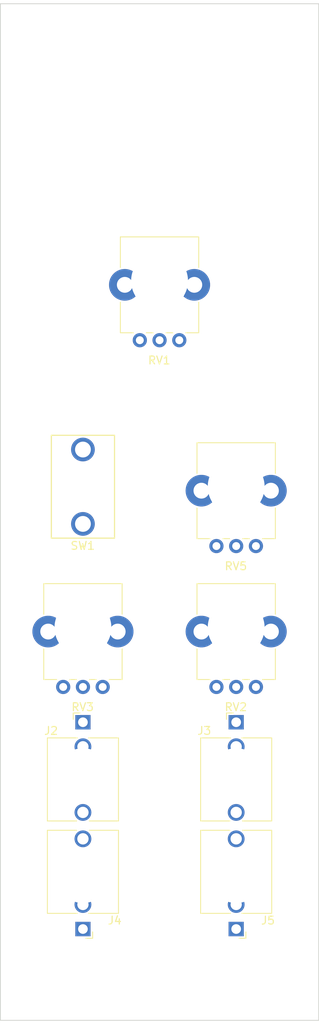
<source format=kicad_pcb>
(kicad_pcb (version 20221018) (generator pcbnew)
  (layers (0 "F.Cu" signal) (31 "B.Cu" signal) (34 "B.Paste" user) (35 "F.Paste" user) (36 "B.SilkS" user "B.Silkscreen") (37 "F.SilkS" user "F.Silkscreen") (38 "B.Mask" user) (39 "F.Mask" user) (44 "Edge.Cuts" user))
  (net 0 "")
  (net 2 "Net-(R33-Pad2)")
  (net 3 "/CV2")
  (net 4 "/CV1")
  (net 5 "/IN")
  (net 6 "/OUT")
  (net 7 "/CV1_ATN")
  (net 8 "GND1")
  (net 9 "/CV2_ATN")
  (net 10 "/CF_V")
  (net 11 "/Res_ATN")
  (net 12 "Res_INT")
  (net 13 "/12out")
  (net 14 "/24out")
  (net 15 "Net-(R36-Pad1)")
  (footprint "MountingHole:MountingHole_6.4mm_M6" (layer "F.Cu") (at 127.08 88.32 90)
    (fp_text reference "REF**" hide)
    (fp_text value "MountingHole_6.4mm_M6" hide)
    (pad "" np_thru_hole circle (at 0 0 90) (size 6.4 6.4) (drill 6.4) (layers "*.Cu" "*.Mask"))
  )
  (footprint "Connector_Audio:Jack_3.5mm_QingPu_WQP-PJ398SM_Vertical_CircularHoles" (layer "F.Cu") (at 146.48 118.09)
    (fp_text reference "J3" (at -4.03 1.08 180) (layer "F.SilkS"))
    (fp_text value "CV1")
    (fp_line (start -4.5 1.98) (end -4.5 12.48) (stroke (width 0.12)) (layer "F.SilkS"))
    (fp_line (start -1.23 -1.17) (end -1.23 -0.37) (stroke (width 0.12)) (layer "F.SilkS"))
    (fp_line (start -1.23 -1.17) (end -0.37 -1.17) (stroke (width 0.12)) (layer "F.SilkS"))
    (fp_line (start -0.8 12.48) (end -4.5 12.48) (stroke (width 0.12)) (layer "F.SilkS"))
    (fp_line (start -0.72 1.98) (end -4.5 1.98) (stroke (width 0.12)) (layer "F.SilkS"))
    (fp_line (start 4.5 1.98) (end 0.72 1.98) (stroke (width 0.12)) (layer "F.SilkS"))
    (fp_line (start 4.5 1.98) (end 4.5 12.48) (stroke (width 0.12)) (layer "F.SilkS"))
    (fp_line (start 4.5 12.48) (end 0.8 12.48) (stroke (width 0.12)) (layer "F.SilkS"))
    (fp_circle (center 0 6.48) (end 1.8 6.48) (stroke (width 0.12)) (fill none) (layer "F.SilkS"))
    (pad "S" thru_hole rect (at 0 0 180) (size 1.93 1.83) (drill 1.22) (layers "*.Cu" "*.Mask") (net 8 "GND1"))
    (pad "T" thru_hole circle (at 0 11.4 180) (size 2.13 2.13) (drill 1.43) (layers "*.Cu" "*.Mask") (net 4 "/CV1"))
    (pad "TN" thru_hole circle (at 0 3.1 180) (size 2.13 2.13) (drill 1.42) (layers "*.Cu" "*.Mask") (net 8 "GND1"))
  )
  (footprint "Custom_Footprints:Sub_Miniature_Switch_MountingHole_3.5mm" (layer "F.Cu") (at 127.08 124.57)
    (fp_text reference "Ref**" hide)
    (fp_text value "Subminiature_Switch" hide)
    (pad "" np_thru_hole circle (at 0 0) (size 6.4 6.4) (drill 6.4) (layers "*.Cu" "*.Mask"))
  )
  (footprint "Custom_Footprints.pretty-master:Alpha_9mm_Potentiometer_Aligned" (layer "F.Cu") (at 127.08 106.13)
    (fp_text reference "RV3" (at -0.04 10.04) (layer "F.SilkS"))
    (fp_text value "100k")
    (fp_line (start -4.961 -5.56) (end 4.96 -5.56) (stroke (width 0.12)) (layer "F.SilkS"))
    (fp_line (start -4.961 -1.695) (end -4.961 -5.56) (stroke (width 0.12)) (layer "F.SilkS"))
    (fp_line (start -4.961 6.56) (end -4.961 2.694) (stroke (width 0.12)) (layer "F.SilkS"))
    (fp_line (start -4.961 6.56) (end -3.325 6.56) (stroke (width 0.12)) (layer "F.SilkS"))
    (fp_line (start -1.675 6.56) (end -0.825 6.56) (stroke (width 0.12)) (layer "F.SilkS"))
    (fp_line (start 0.825 6.56) (end 1.675 6.56) (stroke (width 0.12)) (layer "F.SilkS"))
    (fp_line (start 3.325 6.56) (end 4.96 6.56) (stroke (width 0.12)) (layer "F.SilkS"))
    (fp_line (start 4.96 -1.695) (end 4.96 -5.56) (stroke (width 0.12)) (layer "F.SilkS"))
    (fp_line (start 4.96 6.56) (end 4.96 2.694) (stroke (width 0.12)) (layer "F.SilkS"))
    (fp_arc (start -2.762432 -1.171982) (mid -0.000553 -3.000762) (end 2.762 -1.173) (stroke (width 0.12)) (layer "F.SilkS"))
    (fp_arc (start 2.297753 1.928295) (mid -0.000192 2.999665) (end -2.298 1.928) (stroke (width 0.12)) (layer "F.SilkS"))
    (pad "" np_thru_hole circle (at -4.4 0.5 90) (size 4 4) (drill 2) (layers "*.Cu" "*.Mask"))
    (pad "" np_thru_hole circle (at 4.4 0.5 90) (size 4 4) (drill 2) (layers "*.Cu" "*.Mask"))
    (pad "1" thru_hole circle (at -2.5 7.5 90) (size 1.8 1.8) (drill 1) (layers "*.Cu" "*.Mask") (net 8 "GND1"))
    (pad "2" thru_hole circle (at 0 7.5 90) (size 1.8 1.8) (drill 1) (layers "*.Cu" "*.Mask") (net 9 "/CV2_ATN"))
    (pad "3" thru_hole circle (at 2.5 7.5 90) (size 1.8 1.8) (drill 1) (layers "*.Cu" "*.Mask") (net 3 "/CV2"))
  )
  (footprint "" (layer "F.Cu") (at 146.48 106.13)
    (fp_text reference "" (at 0 0) (layer "F.SilkS") (effects (font (size 1.27 1.27))))
    (fp_text value "" (at 0 0) (layer "F.SilkS") (effects (font (size 1.27 1.27))))
    (pad "" np_thru_hole circle (at 0 0) (size 7.2 7.2) (drill 7.2) (layers "*.Cu" "*.Mask"))
  )
  (footprint "Connector_Audio:Jack_3.5mm_QingPu_WQP-PJ398SM_Vertical_CircularHoles" (layer "F.Cu") (at 127.08 144.23 180)
    (fp_text reference "J4" (at -4.03 1.08) (layer "F.SilkS"))
    (fp_text value "IN")
    (fp_line (start -4.5 1.98) (end -4.5 12.48) (stroke (width 0.12)) (layer "F.SilkS"))
    (fp_line (start -1.23 -1.17) (end -1.23 -0.37) (stroke (width 0.12)) (layer "F.SilkS"))
    (fp_line (start -1.23 -1.17) (end -0.37 -1.17) (stroke (width 0.12)) (layer "F.SilkS"))
    (fp_line (start -0.8 12.48) (end -4.5 12.48) (stroke (width 0.12)) (layer "F.SilkS"))
    (fp_line (start -0.72 1.98) (end -4.5 1.98) (stroke (width 0.12)) (layer "F.SilkS"))
    (fp_line (start 4.5 1.98) (end 0.72 1.98) (stroke (width 0.12)) (layer "F.SilkS"))
    (fp_line (start 4.5 1.98) (end 4.5 12.48) (stroke (width 0.12)) (layer "F.SilkS"))
    (fp_line (start 4.5 12.48) (end 0.8 12.48) (stroke (width 0.12)) (layer "F.SilkS"))
    (fp_circle (center 0 6.48) (end 1.8 6.48) (stroke (width 0.12)) (fill none) (layer "F.SilkS"))
    (pad "S" thru_hole rect (at 0 0) (size 1.93 1.83) (drill 1.22) (layers "*.Cu" "*.Mask") (net 8 "GND1"))
    (pad "T" thru_hole circle (at 0 11.4) (size 2.13 2.13) (drill 1.43) (layers "*.Cu" "*.Mask") (net 5 "/IN"))
    (pad "TN" thru_hole circle (at 0 3.1) (size 2.13 2.13) (drill 1.42) (layers "*.Cu" "*.Mask") (net 8 "GND1"))
  )
  (footprint "" (layer "F.Cu") (at 127.08 106.13)
    (fp_text reference "" (at 0 0) (layer "F.SilkS") (effects (font (size 1.27 1.27))))
    (fp_text value "" (at 0 0) (layer "F.SilkS") (effects (font (size 1.27 1.27))))
    (pad "" np_thru_hole circle (at 0 0) (size 7.2 7.2) (drill 7.2) (layers "*.Cu" "*.Mask"))
  )
  (footprint "Connector_Audio:Jack_3.5mm_QingPu_WQP-PJ398SM_Vertical_CircularHoles" (layer "F.Cu") (at 127.08 118.09)
    (fp_text reference "J2" (at -4.03 1.08 180) (layer "F.SilkS"))
    (fp_text value "CV2")
    (fp_line (start -4.5 1.98) (end -4.5 12.48) (stroke (width 0.12)) (layer "F.SilkS"))
    (fp_line (start -1.23 -1.17) (end -1.23 -0.37) (stroke (width 0.12)) (layer "F.SilkS"))
    (fp_line (start -1.23 -1.17) (end -0.37 -1.17) (stroke (width 0.12)) (layer "F.SilkS"))
    (fp_line (start -0.8 12.48) (end -4.5 12.48) (stroke (width 0.12)) (layer "F.SilkS"))
    (fp_line (start -0.72 1.98) (end -4.5 1.98) (stroke (width 0.12)) (layer "F.SilkS"))
    (fp_line (start 4.5 1.98) (end 0.72 1.98) (stroke (width 0.12)) (layer "F.SilkS"))
    (fp_line (start 4.5 1.98) (end 4.5 12.48) (stroke (width 0.12)) (layer "F.SilkS"))
    (fp_line (start 4.5 12.48) (end 0.8 12.48) (stroke (width 0.12)) (layer "F.SilkS"))
    (fp_circle (center 0 6.48) (end 1.8 6.48) (stroke (width 0.12)) (fill none) (layer "F.SilkS"))
    (pad "S" thru_hole rect (at 0 0 180) (size 1.93 1.83) (drill 1.22) (layers "*.Cu" "*.Mask") (net 8 "GND1"))
    (pad "T" thru_hole circle (at 0 11.4 180) (size 2.13 2.13) (drill 1.43) (layers "*.Cu" "*.Mask") (net 3 "/CV2"))
    (pad "TN" thru_hole circle (at 0 3.1 180) (size 2.13 2.13) (drill 1.42) (layers "*.Cu" "*.Mask") (net 8 "GND1"))
  )
  (footprint "Eurocad:SPDT toggle on-off-on" (layer "F.Cu") (at 127.08 88.32 90)
    (fp_text reference "SW1" (at -7.46 -0.03 180) (layer "F.SilkS"))
    (fp_text value "SW_SPDT")
    (fp_line (start -6.5 -4) (end 6.5 -4) (stroke (width 0.15)) (layer "F.SilkS"))
    (fp_line (start -6.5 4) (end -6.5 -4) (stroke (width 0.15)) (layer "F.SilkS"))
    (fp_line (start 6.5 -4) (end 6.5 4) (stroke (width 0.15)) (layer "F.SilkS"))
    (fp_line (start 6.5 4) (end -6.5 4) (stroke (width 0.15)) (layer "F.SilkS"))
    (pad "1" thru_hole circle (at -4.7 0 90) (size 3 3) (drill 2) (layers "*.Cu" "*.Mask") (net 14 "/24out"))
    (pad "2" thru_hole circle (at 0 0 90) (size 3 3) (drill 2) (layers "*.Cu" "*.Mask") (net 6 "/OUT"))
    (pad "3" thru_hole circle (at 4.7 0 90) (size 3 3) (drill 2) (layers "*.Cu" "*.Mask") (net 13 "/12out"))
  )
  (footprint "" (layer "F.Cu") (at 146.48 88.32)
    (fp_text reference "" (at 0 0) (layer "F.SilkS") (effects (font (size 1.27 1.27))))
    (fp_text value "" (at 0 0) (layer "F.SilkS") (effects (font (size 1.27 1.27))))
    (pad "" np_thru_hole circle (at 0 0) (size 7.2 7.2) (drill 7.2) (layers "*.Cu" "*.Mask"))
  )
  (footprint "Custom_Footprints.pretty-master:Alpha_9mm_Potentiometer_Aligned" (layer "F.Cu") (at 146.48 88.32)
    (fp_text reference "RV5" (at -0.04 10.04) (layer "F.SilkS"))
    (fp_text value "100k")
    (fp_line (start -4.961 -5.56) (end 4.96 -5.56) (stroke (width 0.12)) (layer "F.SilkS"))
    (fp_line (start -4.961 -1.695) (end -4.961 -5.56) (stroke (width 0.12)) (layer "F.SilkS"))
    (fp_line (start -4.961 6.56) (end -4.961 2.694) (stroke (width 0.12)) (layer "F.SilkS"))
    (fp_line (start -4.961 6.56) (end -3.325 6.56) (stroke (width 0.12)) (layer "F.SilkS"))
    (fp_line (start -1.675 6.56) (end -0.825 6.56) (stroke (width 0.12)) (layer "F.SilkS"))
    (fp_line (start 0.825 6.56) (end 1.675 6.56) (stroke (width 0.12)) (layer "F.SilkS"))
    (fp_line (start 3.325 6.56) (end 4.96 6.56) (stroke (width 0.12)) (layer "F.SilkS"))
    (fp_line (start 4.96 -1.695) (end 4.96 -5.56) (stroke (width 0.12)) (layer "F.SilkS"))
    (fp_line (start 4.96 6.56) (end 4.96 2.694) (stroke (width 0.12)) (layer "F.SilkS"))
    (fp_arc (start -2.762432 -1.171982) (mid -0.000553 -3.000762) (end 2.762 -1.173) (stroke (width 0.12)) (layer "F.SilkS"))
    (fp_arc (start 2.297753 1.928295) (mid -0.000192 2.999665) (end -2.298 1.928) (stroke (width 0.12)) (layer "F.SilkS"))
    (pad "" np_thru_hole circle (at -4.4 0.5 90) (size 4 4) (drill 2) (layers "*.Cu" "*.Mask"))
    (pad "" np_thru_hole circle (at 4.4 0.5 90) (size 4 4) (drill 2) (layers "*.Cu" "*.Mask"))
    (pad "1" thru_hole circle (at -2.5 7.5 90) (size 1.8 1.8) (drill 1) (layers "*.Cu" "*.Mask") (net 8 "GND1"))
    (pad "2" thru_hole circle (at 0 7.5 90) (size 1.8 1.8) (drill 1) (layers "*.Cu" "*.Mask") (net 11 "/Res_ATN"))
    (pad "3" thru_hole circle (at 2.5 7.5 90) (size 1.8 1.8) (drill 1) (layers "*.Cu" "*.Mask") (net 12 "Res_INT"))
  )
  (footprint "MountingHole:MountingHole_3.2mm_M3" (layer "F.Cu") (at 124.13 30.27)
    (fp_text reference "REF**" hide)
    (fp_text value "MountingHole_3.2mm_M3" hide)
    (pad "" np_thru_hole oval (at 0 0) (size 7 3.2) (drill oval 7 3.2) (layers "*.Cu" "*.Mask"))
  )
  (footprint "Custom_Footprints:Sub_Miniature_Switch_MountingHole_3.5mm" (layer "F.Cu") (at 146.48 124.57)
    (fp_text reference "Ref**" hide)
    (fp_text value "Subminiature_Switch" hide)
    (pad "" np_thru_hole circle (at 0 0) (size 6.4 6.4) (drill 6.4) (layers "*.Cu" "*.Mask"))
  )
  (footprint "Custom_Footprints:Sub_Miniature_Switch_MountingHole_3.5mm" (layer "F.Cu") (at 127.08 137.75 180)
    (fp_text reference "Ref**" hide)
    (fp_text value "Subminiature_Switch" hide)
    (pad "" np_thru_hole circle (at 0 0 180) (size 6.4 6.4) (drill 6.4) (layers "*.Cu" "*.Mask"))
  )
  (footprint "" (layer "F.Cu") (at 136.78 62.3)
    (fp_text reference "" (at 0 0) (layer "F.SilkS") (effects (font (size 1.27 1.27))))
    (fp_text value "" (at 0 0) (layer "F.SilkS") (effects (font (size 1.27 1.27))))
    (pad "" np_thru_hole circle (at 0 0) (size 7.2 7.2) (drill 7.2) (layers "*.Cu" "*.Mask"))
  )
  (footprint "Custom_Footprints.pretty-master:Alpha_9mm_Potentiometer_Aligned" (layer "F.Cu") (at 146.48 106.13)
    (fp_text reference "RV2" (at -0.04 10.04) (layer "F.SilkS"))
    (fp_text value "100k")
    (fp_line (start -4.961 -5.56) (end 4.96 -5.56) (stroke (width 0.12)) (layer "F.SilkS"))
    (fp_line (start -4.961 -1.695) (end -4.961 -5.56) (stroke (width 0.12)) (layer "F.SilkS"))
    (fp_line (start -4.961 6.56) (end -4.961 2.694) (stroke (width 0.12)) (layer "F.SilkS"))
    (fp_line (start -4.961 6.56) (end -3.325 6.56) (stroke (width 0.12)) (layer "F.SilkS"))
    (fp_line (start -1.675 6.56) (end -0.825 6.56) (stroke (width 0.12)) (layer "F.SilkS"))
    (fp_line (start 0.825 6.56) (end 1.675 6.56) (stroke (width 0.12)) (layer "F.SilkS"))
    (fp_line (start 3.325 6.56) (end 4.96 6.56) (stroke (width 0.12)) (layer "F.SilkS"))
    (fp_line (start 4.96 -1.695) (end 4.96 -5.56) (stroke (width 0.12)) (layer "F.SilkS"))
    (fp_line (start 4.96 6.56) (end 4.96 2.694) (stroke (width 0.12)) (layer "F.SilkS"))
    (fp_arc (start -2.762432 -1.171982) (mid -0.000553 -3.000762) (end 2.762 -1.173) (stroke (width 0.12)) (layer "F.SilkS"))
    (fp_arc (start 2.297753 1.928295) (mid -0.000192 2.999665) (end -2.298 1.928) (stroke (width 0.12)) (layer "F.SilkS"))
    (pad "" np_thru_hole circle (at -4.4 0.5 90) (size 4 4) (drill 2) (layers "*.Cu" "*.Mask"))
    (pad "" np_thru_hole circle (at 4.4 0.5 90) (size 4 4) (drill 2) (layers "*.Cu" "*.Mask"))
    (pad "1" thru_hole circle (at -2.5 7.5 90) (size 1.8 1.8) (drill 1) (layers "*.Cu" "*.Mask") (net 8 "GND1"))
    (pad "2" thru_hole circle (at 0 7.5 90) (size 1.8 1.8) (drill 1) (layers "*.Cu" "*.Mask") (net 7 "/CV1_ATN"))
    (pad "3" thru_hole circle (at 2.5 7.5 90) (size 1.8 1.8) (drill 1) (layers "*.Cu" "*.Mask") (net 4 "/CV1"))
  )
  (footprint "Custom_Footprints.pretty-master:Alpha_9mm_Potentiometer_Aligned" (layer "F.Cu") (at 136.78 62.3)
    (fp_text reference "RV1" (at -0.04 10.04) (layer "F.SilkS"))
    (fp_text value "50k")
    (fp_line (start -4.961 -5.56) (end 4.96 -5.56) (stroke (width 0.12)) (layer "F.SilkS"))
    (fp_line (start -4.961 -1.695) (end -4.961 -5.56) (stroke (width 0.12)) (layer "F.SilkS"))
    (fp_line (start -4.961 6.56) (end -4.961 2.694) (stroke (width 0.12)) (layer "F.SilkS"))
    (fp_line (start -4.961 6.56) (end -3.325 6.56) (stroke (width 0.12)) (layer "F.SilkS"))
    (fp_line (start -1.675 6.56) (end -0.825 6.56) (stroke (width 0.12)) (layer "F.SilkS"))
    (fp_line (start 0.825 6.56) (end 1.675 6.56) (stroke (width 0.12)) (layer "F.SilkS"))
    (fp_line (start 3.325 6.56) (end 4.96 6.56) (stroke (width 0.12)) (layer "F.SilkS"))
    (fp_line (start 4.96 -1.695) (end 4.96 -5.56) (stroke (width 0.12)) (layer "F.SilkS"))
    (fp_line (start 4.96 6.56) (end 4.96 2.694) (stroke (width 0.12)) (layer "F.SilkS"))
    (fp_arc (start -2.762432 -1.171982) (mid -0.000553 -3.000762) (end 2.762 -1.173) (stroke (width 0.12)) (layer "F.SilkS"))
    (fp_arc (start 2.297753 1.928295) (mid -0.000192 2.999665) (end -2.298 1.928) (stroke (width 0.12)) (layer "F.SilkS"))
    (pad "" np_thru_hole circle (at -4.4 0.5 90) (size 4 4) (drill 2) (layers "*.Cu" "*.Mask"))
    (pad "" np_thru_hole circle (at 4.4 0.5 90) (size 4 4) (drill 2) (layers "*.Cu" "*.Mask"))
    (pad "1" thru_hole circle (at -2.5 7.5 90) (size 1.8 1.8) (drill 1) (layers "*.Cu" "*.Mask") (net 2 "Net-(R33-Pad2)"))
    (pad "2" thru_hole circle (at 0 7.5 90) (size 1.8 1.8) (drill 1) (layers "*.Cu" "*.Mask") (net 10 "/CF_V"))
    (pad "3" thru_hole circle (at 2.5 7.5 90) (size 1.8 1.8) (drill 1) (layers "*.Cu" "*.Mask") (net 15 "Net-(R36-Pad1)"))
  )
  (footprint "Custom_Footprints:Sub_Miniature_Switch_MountingHole_3.5mm" (layer "F.Cu") (at 146.48 137.75 180)
    (fp_text reference "Ref**" hide)
    (fp_text value "Subminiature_Switch" hide)
    (pad "" np_thru_hole circle (at 0 0 180) (size 6.4 6.4) (drill 6.4) (layers "*.Cu" "*.Mask"))
  )
  (footprint "MountingHole:MountingHole_3.2mm_M3" (layer "F.Cu") (at 124.13 152.77)
    (fp_text reference "REF**" hide)
    (fp_text value "MountingHole_3.2mm_M3" hide)
    (pad "" np_thru_hole oval (at 0 0) (size 7 3.2) (drill oval 7 3.2) (layers "*.Cu" "*.Mask"))
  )
  (footprint "Connector_Audio:Jack_3.5mm_QingPu_WQP-PJ398SM_Vertical_CircularHoles" (layer "F.Cu") (at 146.48 144.23 180)
    (fp_text reference "J5" (at -4.03 1.08) (layer "F.SilkS"))
    (fp_text value "OUT")
    (fp_line (start -4.5 1.98) (end -4.5 12.48) (stroke (width 0.12)) (layer "F.SilkS"))
    (fp_line (start -1.23 -1.17) (end -1.23 -0.37) (stroke (width 0.12)) (layer "F.SilkS"))
    (fp_line (start -1.23 -1.17) (end -0.37 -1.17) (stroke (width 0.12)) (layer "F.SilkS"))
    (fp_line (start -0.8 12.48) (end -4.5 12.48) (stroke (width 0.12)) (layer "F.SilkS"))
    (fp_line (start -0.72 1.98) (end -4.5 1.98) (stroke (width 0.12)) (layer "F.SilkS"))
    (fp_line (start 4.5 1.98) (end 0.72 1.98) (stroke (width 0.12)) (layer "F.SilkS"))
    (fp_line (start 4.5 1.98) (end 4.5 12.48) (stroke (width 0.12)) (layer "F.SilkS"))
    (fp_line (start 4.5 12.48) (end 0.8 12.48) (stroke (width 0.12)) (layer "F.SilkS"))
    (fp_circle (center 0 6.48) (end 1.8 6.48) (stroke (width 0.12)) (fill none) (layer "F.SilkS"))
    (pad "S" thru_hole rect (at 0 0) (size 1.93 1.83) (drill 1.22) (layers "*.Cu" "*.Mask") (net 8 "GND1"))
    (pad "T" thru_hole circle (at 0 11.4) (size 2.13 2.13) (drill 1.43) (layers "*.Cu" "*.Mask") (net 6 "/OUT"))
    (pad "TN" thru_hole circle (at 0 3.1) (size 2.13 2.13) (drill 1.42) (layers "*.Cu" "*.Mask"))
  )
  (gr_line (start 156.93 27.27) (end 156.93 155.77) (stroke (width 0.1)) (layer "Edge.Cuts"))
  (gr_line (start 116.63 27.27) (end 156.93 27.27) (stroke (width 0.1)) (layer "Edge.Cuts"))
  (gr_line (start 116.63 155.77) (end 116.63 27.27) (stroke (width 0.1)) (layer "Edge.Cuts"))
  (gr_line (start 156.93 155.77) (end 116.63 155.77) (stroke (width 0.1)) (layer "Edge.Cuts"))
)
</source>
